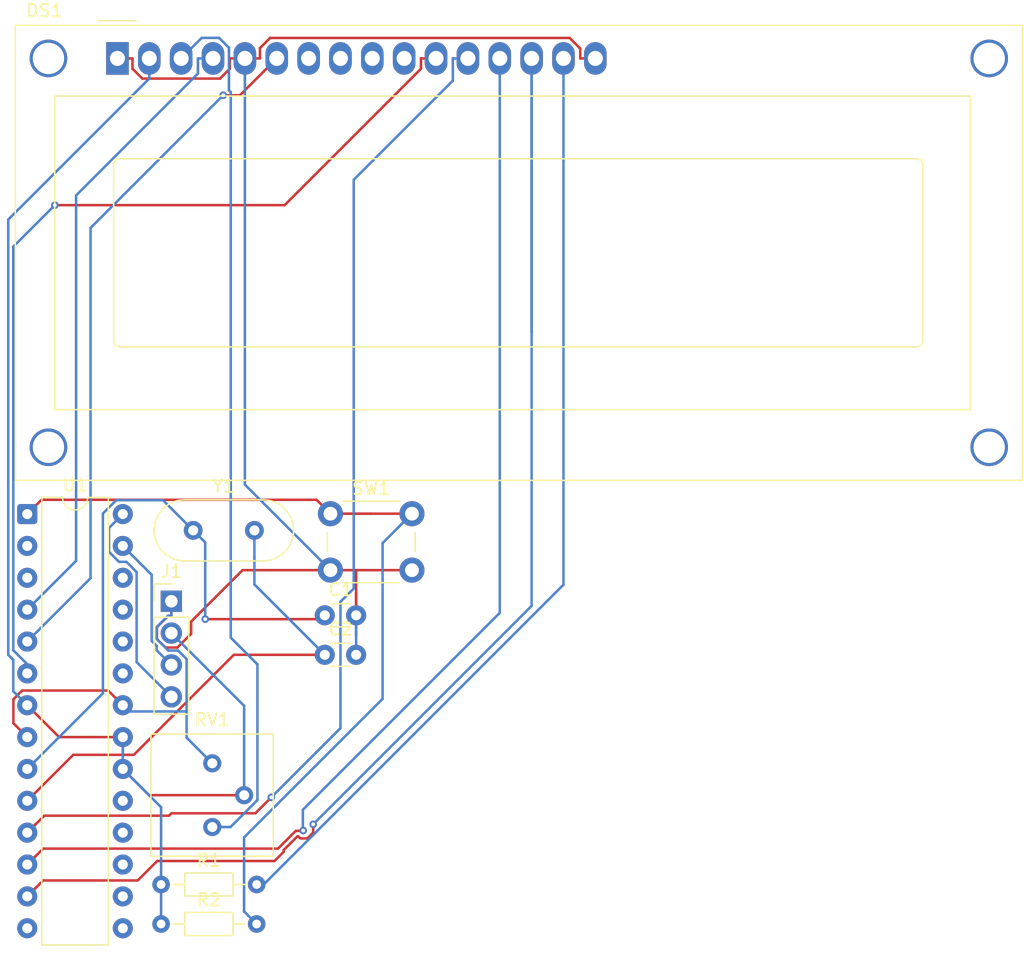
<source format=kicad_pcb>
(kicad_pcb (version 20241229) (generator "pcbnew") (generator_version "9.0")
  (layers (0 "F.Cu" signal) (2 "B.Cu" signal) (13 "F.Paste" user) (15 "B.Paste" user) (5 "F.SilkS" user "F.Silkscreen") (7 "B.SilkS" user "B.Silkscreen") (1 "F.Mask" user) (3 "B.Mask" user) (25 "Edge.Cuts" user))
  (net 0 "")
  (net 1 "Net-(U1-XTAL1{slash}PB6)")
  (net 2 "Net-(DS1-LED(-))")
  (net 3 "Net-(U1-XTAL2{slash}PB7)")
  (net 4 "Net-(DS1-D7)")
  (net 6 "Net-(DS1-VDD)")
  (net 8 "Net-(DS1-LED(+))")
  (net 9 "Net-(DS1-D4)")
  (net 10 "Net-(DS1-D5)")
  (net 11 "Net-(DS1-RS)")
  (net 12 "Net-(DS1-VO)")
  (net 13 "Net-(DS1-D6)")
  (net 14 "Net-(DS1-E)")
  (net 17 "Net-(J1-Pin_4)")
  (net 18 "Net-(J1-Pin_3)")
  (net 19 "Net-(U1-~{RESET}{slash}PC6)")
  (footprint "Resistor_THT:R_Axial_DIN0204_L3.6mm_D1.6mm_P7.62mm_Horizontal" (layer "F.Cu") (at 129.9805 137.0043)
    (property "Reference" "R2" (at 3.81 -1.92 0) (layer "F.SilkS"))
    (property "Value" "R")
    (fp_line (start 0.94 0) (end 1.89 0) (stroke (width 0.12)) (layer "F.SilkS"))
    (fp_line (start 6.68 0) (end 5.73 0) (stroke (width 0.12)) (layer "F.SilkS"))
    (fp_rect (start 1.89 -0.92) (end 5.73 0.92) (stroke (width 0.12)) (fill no) (layer "F.SilkS"))
    (pad "1" thru_hole circle (at 0 0) (size 1.4 1.4) (drill 0.7) (layers "*.Cu" "*.Mask") (net 6 "Net-(DS1-VDD)"))
    (pad "2" thru_hole circle (at 7.62 0) (size 1.4 1.4) (drill 0.7) (layers "*.Cu" "*.Mask") (net 19 "Net-(U1-~{RESET}{slash}PC6)"))
  )
  (footprint "Package_DIP:DIP-28_W7.62mm" (layer "F.Cu") (at 119.3105 104.3243)
    (property "Reference" "U1" (at 3.81 -2.33 0) (layer "F.SilkS"))
    (property "Value" "ATmega328P-P")
    (fp_line (start 1.16 -1.33) (end 1.16 34.35) (stroke (width 0.12)) (layer "F.SilkS"))
    (fp_line (start 1.16 34.35) (end 6.46 34.35) (stroke (width 0.12)) (layer "F.SilkS"))
    (fp_line (start 2.81 -1.33) (end 1.16 -1.33) (stroke (width 0.12)) (layer "F.SilkS"))
    (fp_line (start 6.46 -1.33) (end 4.81 -1.33) (stroke (width 0.12)) (layer "F.SilkS"))
    (fp_line (start 6.46 34.35) (end 6.46 -1.33) (stroke (width 0.12)) (layer "F.SilkS"))
    (fp_arc (start 4.81 -1.33) (mid 3.81 -0.33) (end 2.81 -1.33) (stroke (width 0.12)) (layer "F.SilkS"))
    (pad "1" thru_hole roundrect (at 0 0) (size 1.6 1.6) (drill 0.8) (layers "*.Cu" "*.Mask") (roundrect_rratio 0.15625) (net 19 "Net-(U1-~{RESET}{slash}PC6)"))
    (pad "2" thru_hole circle (at 0 2.54) (size 1.6 1.6) (drill 0.8) (layers "*.Cu" "*.Mask"))
    (pad "3" thru_hole circle (at 0 5.08) (size 1.6 1.6) (drill 0.8) (layers "*.Cu" "*.Mask"))
    (pad "4" thru_hole circle (at 0 7.62) (size 1.6 1.6) (drill 0.8) (layers "*.Cu" "*.Mask") (net 11 "Net-(DS1-RS)"))
    (pad "5" thru_hole circle (at 0 10.16) (size 1.6 1.6) (drill 0.8) (layers "*.Cu" "*.Mask") (net 14 "Net-(DS1-E)"))
    (pad "6" thru_hole circle (at 0 12.7) (size 1.6 1.6) (drill 0.8) (layers "*.Cu" "*.Mask") (net 9 "Net-(DS1-D4)"))
    (pad "7" thru_hole circle (at 0 15.24) (size 1.6 1.6) (drill 0.8) (layers "*.Cu" "*.Mask") (net 6 "Net-(DS1-VDD)"))
    (pad "8" thru_hole circle (at 0 17.78) (size 1.6 1.6) (drill 0.8) (layers "*.Cu" "*.Mask") (net 2 "Net-(DS1-LED(-))"))
    (pad "9" thru_hole circle (at 0 20.32) (size 1.6 1.6) (drill 0.8) (layers "*.Cu" "*.Mask") (net 1 "Net-(U1-XTAL1{slash}PB6)"))
    (pad "10" thru_hole circle (at 0 22.86) (size 1.6 1.6) (drill 0.8) (layers "*.Cu" "*.Mask") (net 3 "Net-(U1-XTAL2{slash}PB7)"))
    (pad "11" thru_hole circle (at 0 25.4) (size 1.6 1.6) (drill 0.8) (layers "*.Cu" "*.Mask") (net 10 "Net-(DS1-D5)"))
    (pad "12" thru_hole circle (at 0 27.94) (size 1.6 1.6) (drill 0.8) (layers "*.Cu" "*.Mask") (net 13 "Net-(DS1-D6)"))
    (pad "13" thru_hole circle (at 0 30.48) (size 1.6 1.6) (drill 0.8) (layers "*.Cu" "*.Mask") (net 4 "Net-(DS1-D7)"))
    (pad "14" thru_hole circle (at 0 33.02) (size 1.6 1.6) (drill 0.8) (layers "*.Cu" "*.Mask"))
    (pad "15" thru_hole circle (at 7.62 33.02) (size 1.6 1.6) (drill 0.8) (layers "*.Cu" "*.Mask"))
    (pad "16" thru_hole circle (at 7.62 30.48) (size 1.6 1.6) (drill 0.8) (layers "*.Cu" "*.Mask"))
    (pad "17" thru_hole circle (at 7.62 27.94) (size 1.6 1.6) (drill 0.8) (layers "*.Cu" "*.Mask"))
    (pad "18" thru_hole circle (at 7.62 25.4) (size 1.6 1.6) (drill 0.8) (layers "*.Cu" "*.Mask"))
    (pad "19" thru_hole circle (at 7.62 22.86) (size 1.6 1.6) (drill 0.8) (layers "*.Cu" "*.Mask"))
    (pad "20" thru_hole circle (at 7.62 20.32) (size 1.6 1.6) (drill 0.8) (layers "*.Cu" "*.Mask") (net 6 "Net-(DS1-VDD)"))
    (pad "21" thru_hole circle (at 7.62 17.78) (size 1.6 1.6) (drill 0.8) (layers "*.Cu" "*.Mask") (net 6 "Net-(DS1-VDD)"))
    (pad "22" thru_hole circle (at 7.62 15.24) (size 1.6 1.6) (drill 0.8) (layers "*.Cu" "*.Mask") (net 2 "Net-(DS1-LED(-))"))
    (pad "23" thru_hole circle (at 7.62 12.7) (size 1.6 1.6) (drill 0.8) (layers "*.Cu" "*.Mask"))
    (pad "24" thru_hole circle (at 7.62 10.16) (size 1.6 1.6) (drill 0.8) (layers "*.Cu" "*.Mask"))
    (pad "25" thru_hole circle (at 7.62 7.62) (size 1.6 1.6) (drill 0.8) (layers "*.Cu" "*.Mask"))
    (pad "26" thru_hole circle (at 7.62 5.08) (size 1.6 1.6) (drill 0.8) (layers "*.Cu" "*.Mask"))
    (pad "27" thru_hole circle (at 7.62 2.54) (size 1.6 1.6) (drill 0.8) (layers "*.Cu" "*.Mask") (net 18 "Net-(J1-Pin_3)"))
    (pad "28" thru_hole circle (at 7.62 0) (size 1.6 1.6) (drill 0.8) (layers "*.Cu" "*.Mask") (net 17 "Net-(J1-Pin_4)"))
  )
  (footprint "Button_Switch_THT:SW_PUSH_6mm_H5mm" (layer "F.Cu") (at 143.4805 104.2943)
    (property "Reference" "SW1" (at 3.25 -2 0) (layer "F.SilkS"))
    (property "Value" "SW_Push")
    (fp_line (start -0.25 1.5) (end -0.25 3) (stroke (width 0.12)) (layer "F.SilkS"))
    (fp_line (start 1 5.5) (end 5.5 5.5) (stroke (width 0.12)) (layer "F.SilkS"))
    (fp_line (start 5.5 -1) (end 1 -1) (stroke (width 0.12)) (layer "F.SilkS"))
    (fp_line (start 6.75 3) (end 6.75 1.5) (stroke (width 0.12)) (layer "F.SilkS"))
    (pad "1" thru_hole circle (at 0 0 90) (size 2 2) (drill 1.1) (layers "*.Cu" "*.Mask") (net 19 "Net-(U1-~{RESET}{slash}PC6)"))
    (pad "1" thru_hole circle (at 6.5 0 90) (size 2 2) (drill 1.1) (layers "*.Cu" "*.Mask") (net 19 "Net-(U1-~{RESET}{slash}PC6)"))
    (pad "2" thru_hole circle (at 0 4.5 90) (size 2 2) (drill 1.1) (layers "*.Cu" "*.Mask") (net 2 "Net-(DS1-LED(-))"))
    (pad "2" thru_hole circle (at 6.5 4.5 90) (size 2 2) (drill 1.1) (layers "*.Cu" "*.Mask") (net 2 "Net-(DS1-LED(-))"))
  )
  (footprint "Crystal:Crystal_HC49-U_Vertical" (layer "F.Cu") (at 132.5405 105.6243)
    (property "Reference" "Y1" (at 2.44 -3.52 0) (layer "F.SilkS"))
    (property "Value" "Crystal")
    (fp_line (start -0.685 -2.435) (end 5.565 -2.435) (stroke (width 0.12)) (layer "F.SilkS"))
    (fp_line (start -0.685 2.435) (end 5.565 2.435) (stroke (width 0.12)) (layer "F.SilkS"))
    (fp_arc (start -0.685 2.435) (mid -3.12 0) (end -0.685 -2.435) (stroke (width 0.12)) (layer "F.SilkS"))
    (fp_arc (start 5.565 -2.435) (mid 8 0) (end 5.565 2.435) (stroke (width 0.12)) (layer "F.SilkS"))
    (pad "1" thru_hole circle (at 0 0) (size 1.5 1.5) (drill 0.8) (layers "*.Cu" "*.Mask") (net 1 "Net-(U1-XTAL1{slash}PB6)"))
    (pad "2" thru_hole circle (at 4.88 0) (size 1.5 1.5) (drill 0.8) (layers "*.Cu" "*.Mask") (net 3 "Net-(U1-XTAL2{slash}PB7)"))
  )
  (footprint "Capacitor_THT:C_Disc_D3.0mm_W1.6mm_P2.50mm" (layer "F.Cu") (at 143.0305 115.5443)
    (property "Reference" "C2" (at 1.25 -2.05 0) (layer "F.SilkS"))
    (property "Value" "C")
    (fp_line (start 0.485 -0.92) (end 2.015 -0.92) (stroke (width 0.12)) (layer "F.SilkS"))
    (fp_line (start 0.485 0.92) (end 2.015 0.92) (stroke (width 0.12)) (layer "F.SilkS"))
    (pad "1" thru_hole circle (at 0 0) (size 1.6 1.6) (drill 0.8) (layers "*.Cu" "*.Mask") (net 3 "Net-(U1-XTAL2{slash}PB7)"))
    (pad "2" thru_hole circle (at 2.5 0) (size 1.6 1.6) (drill 0.8) (layers "*.Cu" "*.Mask") (net 2 "Net-(DS1-LED(-))"))
  )
  (footprint "Resistor_THT:R_Axial_DIN0204_L3.6mm_D1.6mm_P7.62mm_Horizontal" (layer "F.Cu") (at 129.9805 133.8543)
    (property "Reference" "R1" (at 3.81 -1.92 0) (layer "F.SilkS"))
    (property "Value" "R")
    (fp_line (start 0.94 0) (end 1.89 0) (stroke (width 0.12)) (layer "F.SilkS"))
    (fp_line (start 6.68 0) (end 5.73 0) (stroke (width 0.12)) (layer "F.SilkS"))
    (fp_rect (start 1.89 -0.92) (end 5.73 0.92) (stroke (width 0.12)) (fill no) (layer "F.SilkS"))
    (pad "1" thru_hole circle (at 0 0) (size 1.4 1.4) (drill 0.7) (layers "*.Cu" "*.Mask") (net 6 "Net-(DS1-VDD)"))
    (pad "2" thru_hole circle (at 7.62 0) (size 1.4 1.4) (drill 0.7) (layers "*.Cu" "*.Mask") (net 8 "Net-(DS1-LED(+))"))
  )
  (footprint "Display:WC1602A" (layer "F.Cu") (at 126.5005 67.9993)
    (property "Reference" "DS1" (at -5.82 -3.81 0) (layer "F.SilkS"))
    (property "Value" "WC1602A")
    (fp_line (start -8.14 -2.64) (end -8.14 33.64) (stroke (width 0.12)) (layer "F.SilkS"))
    (fp_line (start -8.14 33.64) (end 72.14 33.64) (stroke (width 0.12)) (layer "F.SilkS"))
    (fp_line (start -8.13 -2.64) (end -7.34 -2.64) (stroke (width 0.12)) (layer "F.SilkS"))
    (fp_line (start -5 3) (end 68 3) (stroke (width 0.12)) (layer "F.SilkS"))
    (fp_line (start -5 28) (end -5 3) (stroke (width 0.12)) (layer "F.SilkS"))
    (fp_line (start -1.5 -3) (end 1.5 -3) (stroke (width 0.12)) (layer "F.SilkS"))
    (fp_line (start -0.29972 22.49932) (end -0.29972 8.5) (stroke (width 0.12)) (layer "F.SilkS"))
    (fp_line (start 0.2 8) (end 63.7 8) (stroke (width 0.12)) (layer "F.SilkS"))
    (fp_line (start 63.70066 23) (end 0.2 23) (stroke (width 0.12)) (layer "F.SilkS"))
    (fp_line (start 64.2 8.5) (end 64.2 22.5) (stroke (width 0.12)) (layer "F.SilkS"))
    (fp_line (start 68 3) (end 68 28) (stroke (width 0.12)) (layer "F.SilkS"))
    (fp_line (start 68 28) (end -5 28) (stroke (width 0.12)) (layer "F.SilkS"))
    (fp_line (start 72.14 -2.64) (end -7.34 -2.64) (stroke (width 0.12)) (layer "F.SilkS"))
    (fp_line (start 72.14 33.64) (end 72.14 -2.64) (stroke (width 0.12)) (layer "F.SilkS"))
    (fp_arc (start -0.29972 8.49884) (mid -0.153162 8.145018) (end 0.20066 7.99846) (stroke (width 0.12)) (layer "F.SilkS"))
    (fp_arc (start 0.20066 22.9997) (mid -0.153162 22.853142) (end -0.29972 22.49932) (stroke (width 0.12)) (layer "F.SilkS"))
    (fp_arc (start 63.7 8) (mid 64.053553 8.146447) (end 64.2 8.5) (stroke (width 0.12)) (layer "F.SilkS"))
    (fp_arc (start 64.20104 22.49932) (mid 64.054482 22.853142) (end 63.70066 22.9997) (stroke (width 0.12)) (layer "F.SilkS"))
    (pad "" thru_hole circle (at -5.4991 0) (size 3 3) (drill 2.5) (layers "*.Cu" "*.Mask"))
    (pad "" thru_hole circle (at -5.4991 31.0007) (size 3 3) (drill 2.5) (layers "*.Cu" "*.Mask"))
    (pad "" thru_hole circle (at 69.49948 31.0007) (size 3 3) (drill 2.5) (layers "*.Cu" "*.Mask"))
    (pad "" thru_hole circle (at 69.5 0) (size 3 3) (drill 2.5) (layers "*.Cu" "*.Mask"))
    (pad "1" thru_hole rect (at 0 0) (size 1.8 2.6) (drill 1.2) (layers "*.Cu" "*.Mask") (net 2 "Net-(DS1-LED(-))"))
    (pad "2" thru_hole oval (at 2.54 0) (size 1.8 2.6) (drill 1.2) (layers "*.Cu" "*.Mask") (net 6 "Net-(DS1-VDD)"))
    (pad "3" thru_hole oval (at 5.08 0) (size 1.8 2.6) (drill 1.2) (layers "*.Cu" "*.Mask") (net 12 "Net-(DS1-VO)"))
    (pad "4" thru_hole oval (at 7.62 0) (size 1.8 2.6) (drill 1.2) (layers "*.Cu" "*.Mask") (net 11 "Net-(DS1-RS)"))
    (pad "5" thru_hole oval (at 10.16 0) (size 1.8 2.6) (drill 1.2) (layers "*.Cu" "*.Mask") (net 2 "Net-(DS1-LED(-))"))
    (pad "6" thru_hole oval (at 12.7 0) (size 1.8 2.6) (drill 1.2) (layers "*.Cu" "*.Mask") (net 14 "Net-(DS1-E)"))
    (pad "7" thru_hole oval (at 15.24 0) (size 1.8 2.6) (drill 1.2) (layers "*.Cu" "*.Mask"))
    (pad "8" thru_hole oval (at 17.78 0) (size 1.8 2.6) (drill 1.2) (layers "*.Cu" "*.Mask"))
    (pad "9" thru_hole oval (at 20.32 0) (size 1.8 2.6) (drill 1.2) (layers "*.Cu" "*.Mask"))
    (pad "10" thru_hole oval (at 22.86 0) (size 1.8 2.6) (drill 1.2) (layers "*.Cu" "*.Mask"))
    (pad "11" thru_hole oval (at 25.4 0) (size 1.8 2.6) (drill 1.2) (layers "*.Cu" "*.Mask") (net 9 "Net-(DS1-D4)"))
    (pad "12" thru_hole oval (at 27.94 0) (size 1.8 2.6) (drill 1.2) (layers "*.Cu" "*.Mask") (net 10 "Net-(DS1-D5)"))
    (pad "13" thru_hole oval (at 30.48 0) (size 1.8 2.6) (drill 1.2) (layers "*.Cu" "*.Mask") (net 13 "Net-(DS1-D6)"))
    (pad "14" thru_hole oval (at 33.02 0) (size 1.8 2.6) (drill 1.2) (layers "*.Cu" "*.Mask") (net 4 "Net-(DS1-D7)"))
    (pad "15" thru_hole oval (at 35.56 0) (size 1.8 2.6) (drill 1.2) (layers "*.Cu" "*.Mask") (net 8 "Net-(DS1-LED(+))"))
    (pad "16" thru_hole oval (at 38.1 0) (size 1.8 2.6) (drill 1.2) (layers "*.Cu" "*.Mask") (net 2 "Net-(DS1-LED(-))"))
  )
  (footprint "Potentiometer_THT:Potentiometer_Bourns_3386P_Vertical" (layer "F.Cu") (at 134.0605 129.2743)
    (property "Reference" "RV1" (at -0.015 -8.555 0) (layer "F.SilkS"))
    (property "Value" "R_Potentiometer")
    (fp_line (start -4.89 -7.415) (end -4.89 2.335) (stroke (width 0.12)) (layer "F.SilkS"))
    (fp_line (start -4.89 -7.415) (end 4.86 -7.415) (stroke (width 0.12)) (layer "F.SilkS"))
    (fp_line (start -4.89 2.335) (end 4.86 2.335) (stroke (width 0.12)) (layer "F.SilkS"))
    (fp_line (start 4.86 -7.415) (end 4.86 2.335) (stroke (width 0.12)) (layer "F.SilkS"))
    (pad "1" thru_hole circle (at 0 0) (size 1.44 1.44) (drill 0.8) (layers "*.Cu" "*.Mask") (net 12 "Net-(DS1-VO)"))
    (pad "2" thru_hole circle (at 2.54 -2.54) (size 1.44 1.44) (drill 0.8) (layers "*.Cu" "*.Mask") (net 6 "Net-(DS1-VDD)"))
    (pad "3" thru_hole circle (at 0 -5.08) (size 1.44 1.44) (drill 0.8) (layers "*.Cu" "*.Mask") (net 2 "Net-(DS1-LED(-))"))
  )
  (footprint "Capacitor_THT:C_Disc_D3.0mm_W1.6mm_P2.50mm" (layer "F.Cu") (at 143.0305 112.3943)
    (property "Reference" "C1" (at 1.25 -2.05 0) (layer "F.SilkS"))
    (property "Value" "C")
    (fp_line (start 0.485 -0.92) (end 2.015 -0.92) (stroke (width 0.12)) (layer "F.SilkS"))
    (fp_line (start 0.485 0.92) (end 2.015 0.92) (stroke (width 0.12)) (layer "F.SilkS"))
    (pad "1" thru_hole circle (at 0 0) (size 1.6 1.6) (drill 0.8) (layers "*.Cu" "*.Mask") (net 1 "Net-(U1-XTAL1{slash}PB6)"))
    (pad "2" thru_hole circle (at 2.5 0) (size 1.6 1.6) (drill 0.8) (layers "*.Cu" "*.Mask") (net 2 "Net-(DS1-LED(-))"))
  )
  (footprint "Connector_PinHeader_2.54mm:PinHeader_1x04_P2.54mm_Vertical" (layer "F.Cu") (at 130.8005 111.2743)
    (property "Reference" "J1" (at 0 -2.38 0) (layer "F.SilkS"))
    (property "Value" "Conn_01x04")
    (fp_line (start -1.38 -1.38) (end 0 -1.38) (stroke (width 0.12)) (layer "F.SilkS"))
    (fp_line (start -1.38 0) (end -1.38 -1.38) (stroke (width 0.12)) (layer "F.SilkS"))
    (fp_line (start -1.38 1.27) (end -1.38 9) (stroke (width 0.12)) (layer "F.SilkS"))
    (fp_line (start -1.38 1.27) (end 1.38 1.27) (stroke (width 0.12)) (layer "F.SilkS"))
    (fp_line (start -1.38 9) (end 1.38 9) (stroke (width 0.12)) (layer "F.SilkS"))
    (fp_line (start 1.38 1.27) (end 1.38 9) (stroke (width 0.12)) (layer "F.SilkS"))
    (pad "1" thru_hole rect (at 0 0) (size 1.7 1.7) (drill 1) (layers "*.Cu" "*.Mask") (net 2 "Net-(DS1-LED(-))"))
    (pad "2" thru_hole circle (at 0 2.54) (size 1.7 1.7) (drill 1) (layers "*.Cu" "*.Mask") (net 6 "Net-(DS1-VDD)"))
    (pad "3" thru_hole circle (at 0 5.08) (size 1.7 1.7) (drill 1) (layers "*.Cu" "*.Mask") (net 18 "Net-(J1-Pin_3)"))
    (pad "4" thru_hole circle (at 0 7.62) (size 1.7 1.7) (drill 1) (layers "*.Cu" "*.Mask") (net 17 "Net-(J1-Pin_4)"))
  )
  (segment (start 142.876 112.548) (end 142.723 112.702) (width 0.2) (layer "F.Cu") (net 1))
  (segment (start 142.877 112.548) (end 143.03 112.394) (width 0.2) (layer "F.Cu") (net 1))
  (segment (start 143.0303 112.3943) (end 143.03 112.394) (width 0.2) (layer "F.Cu") (net 1))
  (segment (start 143.0305 112.3943) (end 143.0303 112.3943) (width 0.2) (layer "F.Cu") (net 1))
  (segment (start 142.876 112.548) (end 142.877 112.548) (width 0.2) (layer "F.Cu") (net 1))
  (segment (start 143.03 112.394) (end 142.876 112.548) (width 0.2) (layer "F.Cu") (net 1))
  (segment (start 142.723 112.702) (end 133.499 112.702) (width 0.2) (layer "F.Cu") (net 1))
  (via (at 133.499 112.702) (size 0.6) (drill 0.3) (layers "F.Cu" "B.Cu") (net 1))
  (segment (start 119.3105 124.6436) (end 119.3105 124.6443) (width 0.2) (layer "B.Cu") (net 1))
  (segment (start 119.9131 124.041) (end 125.341 118.614) (width 0.2) (layer "B.Cu") (net 1))
  (segment (start 125.341 104.282) (end 126.406 103.217) (width 0.2) (layer "B.Cu") (net 1))
  (segment (start 132.5403 105.6243) (end 132.54 105.624) (width 0.2) (layer "B.Cu") (net 1))
  (segment (start 132.5405 105.6243) (end 132.5403 105.6243) (width 0.2) (layer "B.Cu") (net 1))
  (segment (start 119.31 124.644) (end 119.9131 124.041) (width 0.2) (layer "B.Cu") (net 1))
  (segment (start 126.406 103.217) (end 130.133 103.217) (width 0.2) (layer "B.Cu") (net 1))
  (segment (start 130.133 103.217) (end 132.54 105.624) (width 0.2) (layer "B.Cu") (net 1))
  (segment (start 133.499 106.582) (end 133.499 112.702) (width 0.2) (layer "B.Cu") (net 1))
  (segment (start 132.54 105.624) (end 133.499 106.582) (width 0.2) (layer "B.Cu") (net 1))
  (segment (start 119.9131 124.041) (end 119.3105 124.6436) (width 0.2) (layer "B.Cu") (net 1))
  (segment (start 125.341 118.614) (end 125.341 104.282) (width 0.2) (layer "B.Cu") (net 1))
  (segment (start 129.649 114.291) (end 130.324 114.966) (width 0.2) (layer "F.Cu") (net 2))
  (segment (start 118.205 119.093) (end 118.904 118.394) (width 0.2) (layer "F.Cu") (net 2))
  (segment (start 149.9805 108.7943) (end 149.9803 108.7943) (width 0.2) (layer "F.Cu") (net 2))
  (segment (start 118.904 118.394) (end 125.76 118.394) (width 0.2) (layer "F.Cu") (net 2))
  (segment (start 134.679 69.6056) (end 135.459 68.8255) (width 0.2) (layer "F.Cu") (net 2))
  (segment (start 145.53 112.394) (end 145.53 110.594) (width 0.2) (layer "F.Cu") (net 2))
  (segment (start 131.278 114.966) (end 132.376 113.868) (width 0.2) (layer "F.Cu") (net 2))
  (segment (start 137.862 67.1731) (end 138.669 66.3659) (width 0.2) (layer "F.Cu") (net 2))
  (segment (start 136.477 108.794) (end 144.1307 108.794) (width 0.2) (layer "F.Cu") (net 2))
  (segment (start 125.76 118.394) (end 126.345 118.979) (width 0.2) (layer "F.Cu") (net 2))
  (segment (start 132.376 113.868) (end 132.376 112.895) (width 0.2) (layer "F.Cu") (net 2))
  (segment (start 126.345 118.979) (end 126.6375 119.2715) (width 0.2) (layer "F.Cu") (net 2))
  (segment (start 130.8 111.85) (end 130.8 111.562) (width 0.2) (layer "F.Cu") (net 2))
  (segment (start 145.5305 110.5945) (end 145.5305 112.3943) (width 0.2) (layer "F.Cu") (net 2))
  (segment (start 132.376 112.895) (end 136.477 108.794) (width 0.2) (layer "F.Cu") (net 2))
  (segment (start 118.205 120.999) (end 118.205 119.093) (width 0.2) (layer "F.Cu") (net 2))
  (segment (start 136.6605 67.9993) (end 137.862 67.9993) (width 0.2) (layer "F.Cu") (net 2))
  (segment (start 149.98 108.794) (end 145.53 108.794) (width 0.2) (layer "F.Cu") (net 2))
  (segment (start 135.459 67.9993) (end 136.6605 67.9993) (width 0.2) (layer "F.Cu") (net 2))
  (segment (start 130.8 111.562) (end 130.8 111.85) (width 0.2) (layer "F.Cu") (net 2))
  (segment (start 163.399 67.2136) (end 163.399 67.9993) (width 0.2) (layer "F.Cu") (net 2))
  (segment (start 144.1304 108.7943) (end 144.1307 108.794) (width 0.2) (layer "F.Cu") (net 2))
  (segment (start 149.9803 108.7943) (end 149.98 108.794) (width 0.2) (layer "F.Cu") (net 2))
  (segment (start 145.53 110.594) (end 145.5305 110.5945) (width 0.2) (layer "F.Cu") (net 2))
  (segment (start 127.702 68.8255) (end 128.482 69.6056) (width 0.2) (layer "F.Cu") (net 2))
  (segment (start 130.8 111.562) (end 130.8005 111.5615) (width 0.2) (layer "F.Cu") (net 2))
  (segment (start 119.3103 122.1043) (end 119.31 122.104) (width 0.2) (layer "F.Cu") (net 2))
  (segment (start 135.459 68.8255) (end 135.459 67.9993) (width 0.2) (layer "F.Cu") (net 2))
  (segment (start 162.551 66.3659) (end 163.399 67.2136) (width 0.2) (layer "F.Cu") (net 2))
  (segment (start 130.56 112.426) (end 129.649 113.337) (width 0.2) (layer "F.Cu") (net 2))
  (segment (start 138.669 66.3659) (end 162.551 66.3659) (width 0.2) (layer "F.Cu") (net 2))
  (segment (start 126.5005 67.9993) (end 127.702 67.9993) (width 0.2) (layer "F.Cu") (net 2))
  (segment (start 137.862 67.9993) (end 137.862 67.1731) (width 0.2) (layer "F.Cu") (net 2))
  (segment (start 126.6377 119.2715) (end 126.9305 119.5643) (width 0.2) (layer "F.Cu") (net 2))
  (segment (start 145.53 110.594) (end 145.53 108.794) (width 0.2) (layer "F.Cu") (net 2))
  (segment (start 126.345 118.979) (end 126.6375 119.2715) (width 0.2) (layer "F.Cu") (net 2))
  (segment (start 126.6375 119.2715) (end 126.6377 119.2715) (width 0.2) (layer "F.Cu") (net 2))
  (segment (start 119.3105 122.1043) (end 119.3103 122.1043) (width 0.2) (layer "F.Cu") (net 2))
  (segment (start 129.649 113.337) (end 129.649 114.291) (width 0.2) (layer "F.Cu") (net 2))
  (segment (start 128.482 69.6056) (end 134.679 69.6056) (width 0.2) (layer "F.Cu") (net 2))
  (segment (start 130.8 112.426) (end 130.56 112.426) (width 0.2) (layer "F.Cu") (net 2))
  (segment (start 164.6005 67.9993) (end 164.6 67.9993) (width 0.2) (layer "F.Cu") (net 2))
  (segment (start 119.31 122.104) (end 118.205 120.999) (width 0.2) (layer "F.Cu") (net 2))
  (segment (start 127.702 67.9993) (end 127.702 68.8255) (width 0.2) (layer "F.Cu") (net 2))
  (segment (start 130.8 111.85) (end 130.8 112.426) (width 0.2) (layer "F.Cu") (net 2))
  (segment (start 130.324 114.966) (end 131.278 114.966) (width 0.2) (layer "F.Cu") (net 2))
  (segment (start 126.5 67.9993) (end 126.5005 67.9993) (width 0.2) (layer "F.Cu") (net 2))
  (segment (start 143.4805 108.7943) (end 144.1304 108.7943) (width 0.2) (layer "F.Cu") (net 2))
  (segment (start 163.399 67.9993) (end 164.6 67.9993) (width 0.2) (layer "F.Cu") (net 2))
  (segment (start 130.8005 111.5615) (end 130.8005 111.2743) (width 0.2) (layer "F.Cu") (net 2))
  (segment (start 144.1307 108.794) (end 145.53 108.794) (width 0.2) (layer "F.Cu") (net 2))
  (segment (start 129.63 114.276) (end 129.63 113.33) (width 0.2) (layer "B.Cu") (net 2))
  (segment (start 130.535 112.426) (end 130.8 112.426) (width 0.2) (layer "B.Cu") (net 2))
  (segment (start 132.015 115.88) (end 131.338 115.203) (width 0.2) (layer "B.Cu") (net 2))
  (segment (start 145.53 112.3948) (end 145.5305 112.3943) (width 0.2) (layer "B.Cu") (net 2))
  (segment (start 145.53 113.969) (end 145.53 115.544) (width 0.2) (layer "B.Cu") (net 2))
  (segment (start 142.6301 107.9441) (end 143.48 108.794) (width 0.2) (layer "B.Cu") (net 2))
  (segment (start 134.06 124.194) (end 132.015 122.149) (width 0.2) (layer "B.Cu") (net 2))
  (segment (start 145.53 113.969) (end 145.53 112.395) (width 0.2) (layer "B.Cu") (net 2))
  (segment (start 132.015 120.059) (end 132.015 115.88) (width 0.2) (layer "B.Cu") (net 2))
  (segment (start 130.8005 111.2743) (end 130.8 111.2748) (width 0.2) (layer "B.Cu") (net 2))
  (segment (start 136.66 69.7065) (end 136.66 68.8526) (width 0.2) (layer "B.Cu") (net 2))
  (segment (start 127.425 120.059) (end 127.178 119.812) (width 0.2) (layer "B.Cu") (net 2))
  (segment (start 134.0605 124.1943) (end 134.0603 124.1943) (width 0.2) (layer "B.Cu") (net 2))
  (segment (start 134.0603 124.1943) (end 134.06 124.194) (width 0.2) (layer "B.Cu") (net 2))
  (segment (start 132.015 122.149) (end 132.015 120.059) (width 0.2) (layer "B.Cu") (net 2))
  (segment (start 136.6605 68.8521) (end 136.6605 67.9993) (width 0.2) (layer "B.Cu") (net 2))
  (segment (start 142.6301 107.9441) (end 142.6303 107.9441) (width 0.2) (layer "B.Cu") (net 2))
  (segment (start 127.178 119.812) (end 127.054 119.688) (width 0.2) (layer "B.Cu") (net 2))
  (segment (start 127.178 119.812) (end 127.054 119.688) (width 0.2) (layer "B.Cu") (net 2))
  (segment (start 132.015 120.059) (end 127.425 120.059) (width 0.2) (layer "B.Cu") (net 2))
  (segment (start 131.338 115.203) (end 130.557 115.203) (width 0.2) (layer "B.Cu") (net 2))
  (segment (start 136.66 68.8526) (end 136.6605 68.8521) (width 0.2) (layer "B.Cu") (net 2))
  (segment (start 127.054 119.688) (end 126.9305 119.5645) (width 0.2) (layer "B.Cu") (net 2))
  (segment (start 136.66 68.8526) (end 136.66 69.7065) (width 0.2) (layer "B.Cu") (net 2))
  (segment (start 145.5303 115.5443) (end 145.53 115.544) (width 0.2) (layer "B.Cu") (net 2))
  (segment (start 130.557 115.203) (end 129.63 114.276) (width 0.2) (layer "B.Cu") (net 2))
  (segment (start 130.8 112.426) (end 130.8 111.85) (width 0.2) (layer "B.Cu") (net 2))
  (segment (start 126.9305 119.5645) (end 126.9305 119.5643) (width 0.2) (layer "B.Cu") (net 2))
  (segment (start 145.53 112.395) (end 145.53 113.969) (width 0.2) (layer "B.Cu") (net 2))
  (segment (start 136.66 69.7065) (end 136.66 101.974) (width 0.2) (layer "B.Cu") (net 2))
  (segment (start 129.63 113.33) (end 130.535 112.426) (width 0.2) (layer "B.Cu") (net 2))
  (segment (start 145.53 112.395) (end 145.53 112.3948) (width 0.2) (layer "B.Cu") (net 2))
  (segment (start 145.5305 115.5443) (end 145.5303 115.5443) (width 0.2) (layer "B.Cu") (net 2))
  (segment (start 136.66 101.974) (end 142.6301 107.9441) (width 0.2) (layer "B.Cu") (net 2))
  (segment (start 142.6303 107.9441) (end 143.4805 108.7943) (width 0.2) (layer "B.Cu") (net 2))
  (segment (start 130.8 111.2748) (end 130.8 111.85) (width 0.2) (layer "B.Cu") (net 2))
  (segment (start 143.03 115.544) (end 143.0302 115.544) (width 0.2) (layer "F.Cu") (net 3))
  (segment (start 119.599 126.895) (end 119.3105 127.1835) (width 0.2) (layer "F.Cu") (net 3))
  (segment (start 119.888 126.606) (end 119.599 126.895) (width 0.2) (layer "F.Cu") (net 3))
  (segment (start 119.3105 127.1835) (end 119.3105 127.1843) (width 0.2) (layer "F.Cu") (net 3))
  (segment (start 143.0302 115.544) (end 143.0305 115.5443) (width 0.2) (layer "F.Cu") (net 3))
  (segment (start 135.779 115.544) (end 143.03 115.544) (width 0.2) (layer "F.Cu") (net 3))
  (segment (start 127.808 123.516) (end 135.779 115.544) (width 0.2) (layer "F.Cu") (net 3))
  (segment (start 119.599 126.895) (end 119.888 126.606) (width 0.2) (layer "F.Cu") (net 3))
  (segment (start 122.979 123.516) (end 127.808 123.516) (width 0.2) (layer "F.Cu") (net 3))
  (segment (start 119.888 126.606) (end 122.979 123.516) (width 0.2) (layer "F.Cu") (net 3))
  (segment (start 143.0303 115.5443) (end 143.03 115.544) (width 0.2) (layer "B.Cu") (net 3))
  (segment (start 137.42 109.934) (end 137.42 107.779) (width 0.2) (layer "B.Cu") (net 3))
  (segment (start 137.42 105.6248) (end 137.42 107.779) (width 0.2) (layer "B.Cu") (net 3))
  (segment (start 143.03 115.544) (end 137.42 109.934) (width 0.2) (layer "B.Cu") (net 3))
  (segment (start 137.4205 105.6243) (end 137.42 105.6248) (width 0.2) (layer "B.Cu") (net 3))
  (segment (start 143.0305 115.5443) (end 143.0303 115.5443) (width 0.2) (layer "B.Cu") (net 3))
  (segment (start 142.106 129.713) (end 141.638 130.181) (width 0.2) (layer "F.Cu") (net 4))
  (segment (start 129.669 131.983) (end 128.117 133.534) (width 0.2) (layer "F.Cu") (net 4))
  (segment (start 119.3105 134.8035) (end 119.3105 134.8043) (width 0.2) (layer "F.Cu") (net 4))
  (segment (start 139.022 131.983) (end 129.669 131.983) (width 0.2) (layer "F.Cu") (net 4))
  (segment (start 119.945 134.169) (end 119.3105 134.8035) (width 0.2) (layer "F.Cu") (net 4))
  (segment (start 120.58 133.534) (end 119.945 134.169) (width 0.2) (layer "F.Cu") (net 4))
  (segment (start 139.752 131.112) (end 139.752 131.253) (width 0.2) (layer "F.Cu") (net 4))
  (segment (start 128.117 133.534) (end 120.58 133.534) (width 0.2) (layer "F.Cu") (net 4))
  (segment (start 140.842 130.022) (end 139.752 131.112) (width 0.2) (layer "F.Cu") (net 4))
  (segment (start 141.638 130.181) (end 141.083 130.181) (width 0.2) (layer "F.Cu") (net 4))
  (segment (start 139.752 131.253) (end 139.022 131.983) (width 0.2) (layer "F.Cu") (net 4))
  (segment (start 119.945 134.169) (end 119.31 134.804) (width 0.2) (layer "F.Cu") (net 4))
  (segment (start 140.924 130.022) (end 140.842 130.022) (width 0.2) (layer "F.Cu") (net 4))
  (segment (start 141.083 130.181) (end 140.924 130.022) (width 0.2) (layer "F.Cu") (net 4))
  (segment (start 142.106 129.057) (end 142.106 129.713) (width 0.2) (layer "F.Cu") (net 4))
  (via (at 142.106 129.057) (size 0.6) (drill 0.3) (layers "F.Cu" "B.Cu") (net 4))
  (segment (start 159.52 111.643) (end 142.106 129.057) (width 0.2) (layer "B.Cu") (net 4))
  (segment (start 159.52 89.8211) (end 159.52 111.643) (width 0.2) (layer "B.Cu") (net 4))
  (segment (start 159.52 67.9993) (end 159.52 89.8211) (width 0.2) (layer "B.Cu") (net 4))
  (segment (start 159.5205 67.9993) (end 159.52 67.9993) (width 0.2) (layer "B.Cu") (net 4))
  (segment (start 159.52 89.8211) (end 159.52 67.9993) (width 0.2) (layer "B.Cu") (net 4))
  (segment (start 126.9302 122.104) (end 126.9305 122.1043) (width 0.2) (layer "F.Cu") (net 6))
  (segment (start 126.9305 124.6443) (end 126.9304 124.6444) (width 0.2) (layer "F.Cu") (net 6))
  (segment (start 119.7601 120.0139) (end 119.7601 120.0141) (width 0.2) (layer "F.Cu") (net 6))
  (segment (start 136.6005 126.7343) (end 136.6003 126.7343) (width 0.2) (layer "F.Cu") (net 6))
  (segment (start 126.9304 124.6444) (end 126.93 124.644) (width 0.2) (layer "F.Cu") (net 6))
  (segment (start 119.31 119.564) (end 119.7601 120.0141) (width 0.2) (layer "F.Cu") (net 6))
  (segment (start 136.6 126.734) (end 129.02 126.734) (width 0.2) (layer "F.Cu") (net 6))
  (segment (start 119.3105 119.5643) (end 119.7601 120.0139) (width 0.2) (layer "F.Cu") (net 6))
  (segment (start 121.85 122.104) (end 126.93 122.104) (width 0.2) (layer "F.Cu") (net 6))
  (segment (start 136.6003 126.7343) (end 136.6 126.734) (width 0.2) (layer "F.Cu") (net 6))
  (segment (start 119.7601 120.0141) (end 121.85 122.104) (width 0.2) (layer "F.Cu") (net 6))
  (segment (start 129.02 126.734) (end 126.9304 124.6444) (width 0.2) (layer "F.Cu") (net 6))
  (segment (start 126.93 122.104) (end 126.9302 122.104) (width 0.2) (layer "F.Cu") (net 6))
  (segment (start 126.9305 124.6443) (end 126.9303 124.6443) (width 0.2) (layer "B.Cu") (net 6))
  (segment (start 118.032 115.786) (end 118.198 115.952) (width 0.2) (layer "B.Cu") (net 6))
  (segment (start 129.9805 137.0043) (end 129.9803 137.0043) (width 0.2) (layer "B.Cu") (net 6))
  (segment (start 136.6 119.614) (end 131.394 114.408) (width 0.2) (layer "B.Cu") (net 6))
  (segment (start 129.9803 137.0043) (end 129.98 137.004) (width 0.2) (layer "B.Cu") (net 6))
  (segment (start 119.3103 119.5643) (end 119.31 119.564) (width 0.2) (layer "B.Cu") (net 6))
  (segment (start 129.04 69.601) (end 117.797 80.8448) (width 0.2) (layer "B.Cu") (net 6))
  (segment (start 129.04 68.8001) (end 129.04 69.601) (width 0.2) (layer "B.Cu") (net 6))
  (segment (start 136.6005 126.7343) (end 136.6003 126.7343) (width 0.2) (layer "B.Cu") (net 6))
  (segment (start 117.797 115.551) (end 118.032 115.786) (width 0.2) (layer "B.Cu") (net 6))
  (segment (start 126.93 123.374) (end 126.93 122.1048) (width 0.2) (layer "B.Cu") (net 6))
  (segment (start 129.04 67.9993) (end 129.04 68.8001) (width 0.2) (layer "B.Cu") (net 6))
  (segment (start 129.9805 133.8543) (end 129.98 133.8543) (width 0.2) (layer "B.Cu") (net 6))
  (segment (start 129.98 137.004) (end 129.98 133.8543) (width 0.2) (layer "B.Cu") (net 6))
  (segment (start 130.8005 113.8145) (end 130.8005 113.8143) (width 0.2) (layer "B.Cu") (net 6))
  (segment (start 119.3105 119.5643) (end 119.3103 119.5643) (width 0.2) (layer "B.Cu") (net 6))
  (segment (start 129.0405 67.9993) (end 129.04 67.9993) (width 0.2) (layer "B.Cu") (net 6))
  (segment (start 131.394 114.408) (end 131.097 114.111) (width 0.2) (layer "B.Cu") (net 6))
  (segment (start 136.6 126.734) (end 136.6 119.614) (width 0.2) (layer "B.Cu") (net 6))
  (segment (start 129.98 133.8543) (end 129.98 127.694) (width 0.2) (layer "B.Cu") (net 6))
  (segment (start 131.394 114.408) (end 131.097 114.111) (width 0.2) (layer "B.Cu") (net 6))
  (segment (start 117.797 80.8448) (end 117.797 115.551) (width 0.2) (layer "B.Cu") (net 6))
  (segment (start 126.93 124.644) (end 126.93 123.374) (width 0.2) (layer "B.Cu") (net 6))
  (segment (start 126.9303 124.6443) (end 126.93 124.644) (width 0.2) (layer "B.Cu") (net 6))
  (segment (start 136.6003 126.7343) (end 136.6 126.734) (width 0.2) (layer "B.Cu") (net 6))
  (segment (start 126.93 123.374) (end 126.93 122.104) (width 0.2) (layer "B.Cu") (net 6))
  (segment (start 118.198 118.452) (end 119.31 119.564) (width 0.2) (layer "B.Cu") (net 6))
  (segment (start 131.097 114.111) (end 130.8005 113.8145) (width 0.2) (layer "B.Cu") (net 6))
  (segment (start 129.04 68.8001) (end 129.04 67.9993) (width 0.2) (layer "B.Cu") (net 6))
  (segment (start 126.93 122.1048) (end 126.9305 122.1043) (width 0.2) (layer "B.Cu") (net 6))
  (segment (start 118.198 115.952) (end 118.198 118.452) (width 0.2) (layer "B.Cu") (net 6))
  (segment (start 118.032 115.786) (end 118.198 115.952) (width 0.2) (layer "B.Cu") (net 6))
  (segment (start 129.98 127.694) (end 126.93 124.644) (width 0.2) (layer "B.Cu") (net 6))
  (segment (start 162.06 109.954) (end 138.16 133.854) (width 0.2) (layer "B.Cu") (net 8))
  (segment (start 138.16 133.854) (end 137.88 133.854) (width 0.2) (layer "B.Cu") (net 8))
  (segment (start 162.06 67.9993) (end 162.06 109.954) (width 0.2) (layer "B.Cu") (net 8))
  (segment (start 162.0605 67.9993) (end 162.06 67.9993) (width 0.2) (layer "B.Cu") (net 8))
  (segment (start 137.8797 133.8543) (end 137.88 133.854) (width 0.2) (layer "B.Cu") (net 8))
  (segment (start 137.6005 133.8543) (end 137.8797 133.8543) (width 0.2) (layer "B.Cu") (net 8))
  (segment (start 150.699 68.8255) (end 139.828 79.6965) (width 0.2) (layer "F.Cu") (net 9))
  (segment (start 139.828 79.6965) (end 121.51 79.6965) (width 0.2) (layer "F.Cu") (net 9))
  (segment (start 151.9 67.9993) (end 150.699 67.9993) (width 0.2) (layer "F.Cu") (net 9))
  (segment (start 150.699 67.9993) (end 150.699 68.8255) (width 0.2) (layer "F.Cu") (net 9))
  (segment (start 151.9005 67.9993) (end 151.9 67.9993) (width 0.2) (layer "F.Cu") (net 9))
  (via (at 121.51 79.6965) (size 0.6) (drill 0.3) (layers "F.Cu" "B.Cu") (net 9))
  (segment (start 118.198 115.184) (end 119.31 116.296) (width 0.2) (layer "B.Cu") (net 9))
  (segment (start 121.51 79.6965) (end 118.198 83.008) (width 0.2) (layer "B.Cu") (net 9))
  (segment (start 119.31 116.66) (end 119.31 117.024) (width 0.2) (layer "B.Cu") (net 9))
  (segment (start 119.31 116.66) (end 119.31 117.024) (width 0.2) (layer "B.Cu") (net 9))
  (segment (start 119.31 116.296) (end 119.31 116.66) (width 0.2) (layer "B.Cu") (net 9))
  (segment (start 119.3105 117.0243) (end 119.3103 117.0243) (width 0.2) (layer "B.Cu") (net 9))
  (segment (start 119.3103 117.0243) (end 119.31 117.024) (width 0.2) (layer "B.Cu") (net 9))
  (segment (start 118.198 83.008) (end 118.198 115.184) (width 0.2) (layer "B.Cu") (net 9))
  (segment (start 137.497 128.177) (end 130.805 128.177) (width 0.2) (layer "F.Cu") (net 10))
  (segment (start 119.649 129.385) (end 119.3105 129.7235) (width 0.2) (layer "F.Cu") (net 10))
  (segment (start 119.3105 129.7235) (end 119.3105 129.7243) (width 0.2) (layer "F.Cu") (net 10))
  (segment (start 138.767 126.907) (end 137.497 128.177) (width 0.2) (layer "F.Cu") (net 10))
  (segment (start 130.612 128.369) (end 120.666 128.369) (width 0.2) (layer "F.Cu") (net 10))
  (segment (start 119.649 129.385) (end 119.988 129.046) (width 0.2) (layer "F.Cu") (net 10))
  (segment (start 119.988 129.046) (end 119.649 129.385) (width 0.2) (layer "F.Cu") (net 10))
  (segment (start 130.805 128.177) (end 130.612 128.369) (width 0.2) (layer "F.Cu") (net 10))
  (segment (start 120.666 128.369) (end 119.988 129.046) (width 0.2) (layer "F.Cu") (net 10))
  (via (at 138.767 126.907) (size 0.6) (drill 0.3) (layers "F.Cu" "B.Cu") (net 10))
  (segment (start 138.767 126.907) (end 144.28 121.393) (width 0.2) (layer "B.Cu") (net 10))
  (segment (start 144.28 111.318) (end 145.339 110.26) (width 0.2) (layer "B.Cu") (net 10))
  (segment (start 153.239 69.769) (end 153.239 67.9993) (width 0.2) (layer "B.Cu") (net 10))
  (segment (start 145.339 110.26) (end 145.339 77.6687) (width 0.2) (layer "B.Cu") (net 10))
  (segment (start 154.4405 67.9993) (end 154.44 67.9993) (width 0.2) (layer "B.Cu") (net 10))
  (segment (start 145.339 77.6687) (end 153.239 69.769) (width 0.2) (layer "B.Cu") (net 10))
  (segment (start 153.239 67.9993) (end 154.44 67.9993) (width 0.2) (layer "B.Cu") (net 10))
  (segment (start 144.28 121.393) (end 144.28 111.318) (width 0.2) (layer "B.Cu") (net 10))
  (segment (start 132.919 69.2031) (end 123.205 78.9172) (width 0.2) (layer "B.Cu") (net 11))
  (segment (start 134.12 67.9993) (end 132.919 67.9993) (width 0.2) (layer "B.Cu") (net 11))
  (segment (start 134.1205 67.9993) (end 134.12 67.9993) (width 0.2) (layer "B.Cu") (net 11))
  (segment (start 119.3101 111.9439) (end 119.31 111.944) (width 0.2) (layer "B.Cu") (net 11))
  (segment (start 132.919 67.9993) (end 132.919 69.2031) (width 0.2) (layer "B.Cu") (net 11))
  (segment (start 119.3105 111.9443) (end 119.3101 111.9439) (width 0.2) (layer "B.Cu") (net 11))
  (segment (start 123.205 108.05) (end 119.3101 111.9439) (width 0.2) (layer "B.Cu") (net 11))
  (segment (start 123.205 78.9172) (end 123.205 108.05) (width 0.2) (layer "B.Cu") (net 11))
  (segment (start 131.5805 67.9993) (end 131.58 67.9993) (width 0.2) (layer "B.Cu") (net 12))
  (segment (start 134.0608 129.274) (end 134.0605 129.2743) (width 0.2) (layer "B.Cu") (net 12))
  (segment (start 135.39 67.1489) (end 134.603 66.3613) (width 0.2) (layer "B.Cu") (net 12))
  (segment (start 134.4235 129.274) (end 134.061 129.274) (width 0.2) (layer "B.Cu") (net 12))
  (segment (start 135.39 70.5437) (end 135.39 67.1489) (width 0.2) (layer "B.Cu") (net 12))
  (segment (start 134.787 129.274) (end 135.514 129.274) (width 0.2) (layer "B.Cu") (net 12))
  (segment (start 137.66 116.303) (end 135.534 114.178) (width 0.2) (layer "B.Cu") (net 12))
  (segment (start 135.534 114.178) (end 135.534 70.6876) (width 0.2) (layer "B.Cu") (net 12))
  (segment (start 131.58 67.999) (end 131.58 67.9993) (width 0.2) (layer "B.Cu") (net 12))
  (segment (start 134.061 129.274) (end 134.0608 129.274) (width 0.2) (layer "B.Cu") (net 12))
  (segment (start 135.514 129.274) (end 137.66 127.129) (width 0.2) (layer "B.Cu") (net 12))
  (segment (start 134.061 129.274) (end 134.4235 129.274) (width 0.2) (layer "B.Cu") (net 12))
  (segment (start 133.218 66.3613) (end 131.58 67.999) (width 0.2) (layer "B.Cu") (net 12))
  (segment (start 134.787 129.274) (end 134.4235 129.274) (width 0.2) (layer "B.Cu") (net 12))
  (segment (start 137.66 127.129) (end 137.66 116.303) (width 0.2) (layer "B.Cu") (net 12))
  (segment (start 135.534 70.6876) (end 135.39 70.5437) (width 0.2) (layer "B.Cu") (net 12))
  (segment (start 134.603 66.3613) (end 133.218 66.3613) (width 0.2) (layer "B.Cu") (net 12))
  (segment (start 131.58 67.9993) (end 131.58 67.999) (width 0.2) (layer "B.Cu") (net 12))
  (segment (start 134.4235 129.274) (end 134.787 129.274) (width 0.2) (layer "B.Cu") (net 12))
  (segment (start 119.945 131.629) (end 119.6275 131.9465) (width 0.2) (layer "F.Cu") (net 13))
  (segment (start 141.283 129.581) (end 141.167 129.697) (width 0.2) (layer "F.Cu") (net 13))
  (segment (start 119.3105 132.2635) (end 119.3105 132.2643) (width 0.2) (layer "F.Cu") (net 13))
  (segment (start 141.308 129.554) (end 141.283 129.579) (width 0.2) (layer "F.Cu") (net 13))
  (segment (start 141.167 129.697) (end 141.049 129.579) (width 0.2) (layer "F.Cu") (net 13))
  (segment (start 141.283 129.579) (end 141.283 129.581) (width 0.2) (layer "F.Cu") (net 13))
  (segment (start 120.58 130.994) (end 119.945 131.629) (width 0.2) (layer "F.Cu") (net 13))
  (segment (start 119.945 131.629) (end 119.6275 131.9465) (width 0.2) (layer "F.Cu") (net 13))
  (segment (start 119.6275 131.9465) (end 119.3105 132.2635) (width 0.2) (layer "F.Cu") (net 13))
  (segment (start 140.717 129.579) (end 139.302 130.994) (width 0.2) (layer "F.Cu") (net 13))
  (segment (start 139.302 130.994) (end 120.58 130.994) (width 0.2) (layer "F.Cu") (net 13))
  (segment (start 141.049 129.579) (end 140.717 129.579) (width 0.2) (layer "F.Cu") (net 13))
  (via (at 141.308 129.554) (size 0.6) (drill 0.3) (layers "F.Cu" "B.Cu") (net 13))
  (segment (start 156.98 67.9993) (end 156.98 112.202) (width 0.2) (layer "B.Cu") (net 13))
  (segment (start 156.98 112.202) (end 141.283 127.899) (width 0.2) (layer "B.Cu") (net 13))
  (segment (start 141.283 129.579) (end 141.308 129.554) (width 0.2) (layer "B.Cu") (net 13))
  (segment (start 156.9805 67.9993) (end 156.98 67.9993) (width 0.2) (layer "B.Cu") (net 13))
  (segment (start 141.283 127.899) (end 141.283 129.579) (width 0.2) (layer "B.Cu") (net 13))
  (segment (start 139.2 67.9993) (end 136.263 70.9368) (width 0.2) (layer "F.Cu") (net 14))
  (segment (start 139.2005 67.9993) (end 139.2 67.9993) (width 0.2) (layer "F.Cu") (net 14))
  (segment (start 136.263 70.9368) (end 134.933 70.9368) (width 0.2) (layer "F.Cu") (net 14))
  (via (at 134.933 70.9368) (size 0.6) (drill 0.3) (layers "F.Cu" "B.Cu") (net 14))
  (segment (start 124.355 81.5145) (end 124.355 109.44) (width 0.2) (layer "B.Cu") (net 14))
  (segment (start 119.3101 114.4839) (end 119.31 114.484) (width 0.2) (layer "B.Cu") (net 14))
  (segment (start 134.933 70.9368) (end 124.355 81.5145) (width 0.2) (layer "B.Cu") (net 14))
  (segment (start 119.3105 114.4843) (end 119.3101 114.4839) (width 0.2) (layer "B.Cu") (net 14))
  (segment (start 124.355 109.44) (end 119.3101 114.4839) (width 0.2) (layer "B.Cu") (net 14))
  (segment (start 128.032 108.948) (end 127.219 108.134) (width 0.2) (layer "B.Cu") (net 17))
  (segment (start 125.828 107.334) (end 125.828 105.426) (width 0.2) (layer "B.Cu") (net 17))
  (segment (start 128.032 116.126) (end 128.032 108.948) (width 0.2) (layer "B.Cu") (net 17))
  (segment (start 130.8 118.894) (end 128.032 116.126) (width 0.2) (layer "B.Cu") (net 17))
  (segment (start 130.8005 118.8943) (end 130.8003 118.8943) (width 0.2) (layer "B.Cu") (net 17))
  (segment (start 125.828 105.426) (end 126.93 104.324) (width 0.2) (layer "B.Cu") (net 17))
  (segment (start 126.9303 104.3243) (end 126.93 104.324) (width 0.2) (layer "B.Cu") (net 17))
  (segment (start 126.628 108.134) (end 125.828 107.334) (width 0.2) (layer "B.Cu") (net 17))
  (segment (start 130.8003 118.8943) (end 130.8 118.894) (width 0.2) (layer "B.Cu") (net 17))
  (segment (start 127.219 108.134) (end 126.628 108.134) (width 0.2) (layer "B.Cu") (net 17))
  (segment (start 126.9305 104.3243) (end 126.9303 104.3243) (width 0.2) (layer "B.Cu") (net 17))
  (segment (start 129.229 114.442) (end 129.464 114.678) (width 0.2) (layer "B.Cu") (net 18))
  (segment (start 130.8003 116.3543) (end 130.8 116.354) (width 0.2) (layer "B.Cu") (net 18))
  (segment (start 129.629 114.842) (end 129.629 115.183) (width 0.2) (layer "B.Cu") (net 18))
  (segment (start 129.629 115.183) (end 130.324 115.878) (width 0.2) (layer "B.Cu") (net 18))
  (segment (start 127.465 107.399) (end 129.229 109.163) (width 0.2) (layer "B.Cu") (net 18))
  (segment (start 127.1975 107.1315) (end 126.9305 106.8645) (width 0.2) (layer "B.Cu") (net 18))
  (segment (start 127.1975 107.1315) (end 127.465 107.399) (width 0.2) (layer "B.Cu") (net 18))
  (segment (start 129.464 114.678) (end 129.629 114.842) (width 0.2) (layer "B.Cu") (net 18))
  (segment (start 130.8005 116.3543) (end 130.8003 116.3543) (width 0.2) (layer "B.Cu") (net 18))
  (segment (start 126.9305 106.8645) (end 126.9305 106.8643) (width 0.2) (layer "B.Cu") (net 18))
  (segment (start 129.464 114.678) (end 129.629 114.842) (width 0.2) (layer "B.Cu") (net 18))
  (segment (start 129.229 109.163) (end 129.229 114.442) (width 0.2) (layer "B.Cu") (net 18))
  (segment (start 130.325 115.878) (end 130.8 116.354) (width 0.2) (layer "B.Cu") (net 18))
  (segment (start 130.324 115.878) (end 130.325 115.878) (width 0.2) (layer "B.Cu") (net 18))
  (segment (start 127.465 107.399) (end 127.1975 107.1315) (width 0.2) (layer "B.Cu") (net 18))
  (segment (start 130.324 115.878) (end 130.8 116.354) (width 0.2) (layer "B.Cu") (net 18))
  (segment (start 120.448 103.186) (end 119.879 103.755) (width 0.2) (layer "F.Cu") (net 19))
  (segment (start 119.3105 104.3235) (end 119.3105 104.3243) (width 0.2) (layer "F.Cu") (net 19))
  (segment (start 146.73 104.294) (end 145.105 104.294) (width 0.2) (layer "F.Cu") (net 19))
  (segment (start 143.4808 104.294) (end 143.4805 104.2943) (width 0.2) (layer "F.Cu") (net 19))
  (segment (start 145.105 104.294) (end 146.73 104.294) (width 0.2) (layer "F.Cu") (net 19))
  (segment (start 143.48 104.294) (end 142.373 103.186) (width 0.2) (layer "F.Cu") (net 19))
  (segment (start 143.48 104.294) (end 143.481 104.294) (width 0.2) (layer "F.Cu") (net 19))
  (segment (start 145.105 104.294) (end 143.481 104.294) (width 0.2) (layer "F.Cu") (net 19))
  (segment (start 149.9805 104.2943) (end 149.9803 104.2943) (width 0.2) (layer "F.Cu") (net 19))
  (segment (start 149.98 104.294) (end 146.73 104.294) (width 0.2) (layer "F.Cu") (net 19))
  (segment (start 149.9803 104.2943) (end 149.98 104.294) (width 0.2) (layer "F.Cu") (net 19))
  (segment (start 119.879 103.755) (end 119.3105 104.3235) (width 0.2) (layer "F.Cu") (net 19))
  (segment (start 143.481 104.294) (end 145.105 104.294) (width 0.2) (layer "F.Cu") (net 19))
  (segment (start 143.481 104.294) (end 143.48 104.294) (width 0.2) (layer "F.Cu") (net 19))
  (segment (start 142.373 103.186) (end 120.448 103.186) (width 0.2) (layer "F.Cu") (net 19))
  (segment (start 143.481 104.294) (end 143.4808 104.294) (width 0.2) (layer "F.Cu") (net 19))
  (segment (start 137.6003 137.0043) (end 137.6 137.004) (width 0.2) (layer "B.Cu") (net 19))
  (segment (start 149.3958 104.879) (end 149.9805 104.2943) (width 0.2) (layer "B.Cu") (net 19))
  (segment (start 147.64 119.055) (end 147.64 106.635) (width 0.2) (layer "B.Cu") (net 19))
  (segment (start 147.64 106.635) (end 148.81 105.464) (width 0.2) (layer "B.Cu") (net 19))
  (segment (start 137.6005 137.0043) (end 137.6003 137.0043) (width 0.2) (layer "B.Cu") (net 19))
  (segment (start 148.81 105.464) (end 149.395 104.879) (width 0.2) (layer "B.Cu") (net 19))
  (segment (start 137.6 137.004) (end 136.596 136) (width 0.2) (layer "B.Cu") (net 19))
  (segment (start 136.596 136) (end 136.596 130.099) (width 0.2) (layer "B.Cu") (net 19))
  (segment (start 136.596 130.099) (end 147.64 119.055) (width 0.2) (layer "B.Cu") (net 19))
  (segment (start 148.81 105.464) (end 149.395 104.879) (width 0.2) (layer "B.Cu") (net 19))
  (segment (start 149.395 104.879) (end 149.3958 104.879) (width 0.2) (layer "B.Cu") (net 19))
)
</source>
